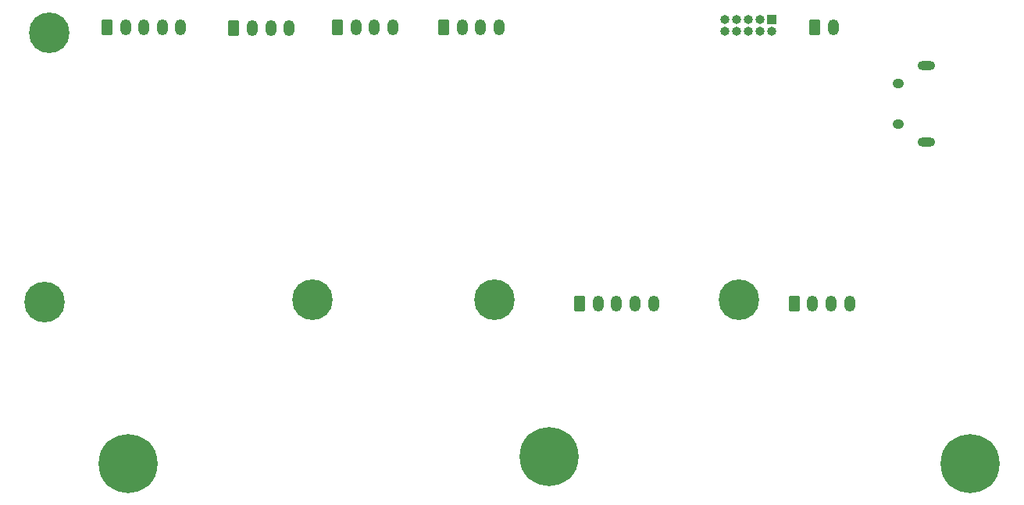
<source format=gbr>
%TF.GenerationSoftware,KiCad,Pcbnew,(6.0.9)*%
%TF.CreationDate,2022-12-08T19:58:11+01:00*%
%TF.ProjectId,battery-case-controller,62617474-6572-4792-9d63-6173652d636f,1*%
%TF.SameCoordinates,Original*%
%TF.FileFunction,Soldermask,Bot*%
%TF.FilePolarity,Negative*%
%FSLAX46Y46*%
G04 Gerber Fmt 4.6, Leading zero omitted, Abs format (unit mm)*
G04 Created by KiCad (PCBNEW (6.0.9)) date 2022-12-08 19:58:11*
%MOMM*%
%LPD*%
G01*
G04 APERTURE LIST*
G04 Aperture macros list*
%AMRoundRect*
0 Rectangle with rounded corners*
0 $1 Rounding radius*
0 $2 $3 $4 $5 $6 $7 $8 $9 X,Y pos of 4 corners*
0 Add a 4 corners polygon primitive as box body*
4,1,4,$2,$3,$4,$5,$6,$7,$8,$9,$2,$3,0*
0 Add four circle primitives for the rounded corners*
1,1,$1+$1,$2,$3*
1,1,$1+$1,$4,$5*
1,1,$1+$1,$6,$7*
1,1,$1+$1,$8,$9*
0 Add four rect primitives between the rounded corners*
20,1,$1+$1,$2,$3,$4,$5,0*
20,1,$1+$1,$4,$5,$6,$7,0*
20,1,$1+$1,$6,$7,$8,$9,0*
20,1,$1+$1,$8,$9,$2,$3,0*%
G04 Aperture macros list end*
%ADD10C,0.700000*%
%ADD11C,4.400000*%
%ADD12RoundRect,0.250000X-0.350000X-0.625000X0.350000X-0.625000X0.350000X0.625000X-0.350000X0.625000X0*%
%ADD13O,1.200000X1.750000*%
%ADD14C,0.800000*%
%ADD15C,6.400000*%
%ADD16O,1.250000X1.050000*%
%ADD17O,1.900000X1.000000*%
%ADD18R,1.000000X1.000000*%
%ADD19O,1.000000X1.000000*%
G04 APERTURE END LIST*
D10*
%TO.C,J39*%
X104166726Y-108666726D03*
X103000000Y-105850000D03*
X104650000Y-107500000D03*
X103000000Y-109150000D03*
X101833274Y-108666726D03*
X101833274Y-106333274D03*
D11*
X103000000Y-107500000D03*
D10*
X101350000Y-107500000D03*
X104166726Y-106333274D03*
%TD*%
D12*
%TO.C,J36*%
X184250000Y-107700000D03*
D13*
X186250000Y-107700000D03*
X188250000Y-107700000D03*
X190250000Y-107700000D03*
%TD*%
D12*
%TO.C,J32*%
X109750000Y-77700000D03*
D13*
X111750000Y-77700000D03*
X113750000Y-77700000D03*
X115750000Y-77700000D03*
X117750000Y-77700000D03*
%TD*%
D14*
%TO.C,M33*%
X204997056Y-126697056D03*
X203300000Y-122600000D03*
X204997056Y-123302944D03*
X200900000Y-125000000D03*
X201602944Y-123302944D03*
D15*
X203300000Y-125000000D03*
D14*
X203300000Y-127400000D03*
X201602944Y-126697056D03*
X205700000Y-125000000D03*
%TD*%
D12*
%TO.C,J41*%
X134750000Y-77700000D03*
D13*
X136750000Y-77700000D03*
X138750000Y-77700000D03*
X140750000Y-77700000D03*
%TD*%
D12*
%TO.C,U31*%
X186500000Y-77700000D03*
D13*
X188500000Y-77700000D03*
%TD*%
D12*
%TO.C,J34*%
X161000000Y-107700000D03*
D13*
X163000000Y-107700000D03*
X165000000Y-107700000D03*
X167000000Y-107700000D03*
X169000000Y-107700000D03*
%TD*%
%TO.C,J40*%
X129500000Y-77750000D03*
X127500000Y-77750000D03*
X125500000Y-77750000D03*
D12*
X123500000Y-77750000D03*
%TD*%
D16*
%TO.C,J42*%
X195550000Y-88225000D03*
D17*
X198550000Y-81825000D03*
D16*
X195550000Y-83775000D03*
D17*
X198550000Y-90175000D03*
%TD*%
D14*
%TO.C,M31*%
X112000000Y-127400000D03*
D15*
X112000000Y-125000000D03*
D14*
X113697056Y-123302944D03*
X109600000Y-125000000D03*
X113697056Y-126697056D03*
X110302944Y-126697056D03*
X110302944Y-123302944D03*
X114400000Y-125000000D03*
X112000000Y-122600000D03*
%TD*%
D18*
%TO.C,J43*%
X181800000Y-76875000D03*
D19*
X181800000Y-78145000D03*
X180530000Y-76875000D03*
X180530000Y-78145000D03*
X179260000Y-76875000D03*
X179260000Y-78145000D03*
X177990000Y-76875000D03*
X177990000Y-78145000D03*
X176720000Y-76875000D03*
X176720000Y-78145000D03*
%TD*%
D10*
%TO.C,J37*%
X177083274Y-106083274D03*
D11*
X178250000Y-107250000D03*
D10*
X176600000Y-107250000D03*
X178250000Y-108900000D03*
X177083274Y-108416726D03*
X179900000Y-107250000D03*
X178250000Y-105600000D03*
X179416726Y-106083274D03*
X179416726Y-108416726D03*
%TD*%
%TO.C,J35*%
X150583274Y-108416726D03*
D11*
X151750000Y-107250000D03*
D10*
X152916726Y-108416726D03*
X152916726Y-106083274D03*
X153400000Y-107250000D03*
X151750000Y-108900000D03*
X151750000Y-105600000D03*
X150100000Y-107250000D03*
X150583274Y-106083274D03*
%TD*%
D12*
%TO.C,J38*%
X146250000Y-77700000D03*
D13*
X148250000Y-77700000D03*
X150250000Y-77700000D03*
X152250000Y-77700000D03*
%TD*%
D11*
%TO.C,J33*%
X132000000Y-107250000D03*
D10*
X133166726Y-108416726D03*
X133650000Y-107250000D03*
X130350000Y-107250000D03*
X130833274Y-108416726D03*
X130833274Y-106083274D03*
X132000000Y-105600000D03*
X133166726Y-106083274D03*
X132000000Y-108900000D03*
%TD*%
D14*
%TO.C,M32*%
X155250000Y-124220000D03*
X159347056Y-125917056D03*
X155952944Y-125917056D03*
X159347056Y-122522944D03*
X157650000Y-121820000D03*
D15*
X157650000Y-124220000D03*
D14*
X155952944Y-122522944D03*
X157650000Y-126620000D03*
X160050000Y-124220000D03*
%TD*%
D10*
%TO.C,J31*%
X105150000Y-78250000D03*
X103500000Y-79900000D03*
D11*
X103500000Y-78250000D03*
D10*
X101850000Y-78250000D03*
X104666726Y-79416726D03*
X103500000Y-76600000D03*
X102333274Y-79416726D03*
X102333274Y-77083274D03*
X104666726Y-77083274D03*
%TD*%
M02*

</source>
